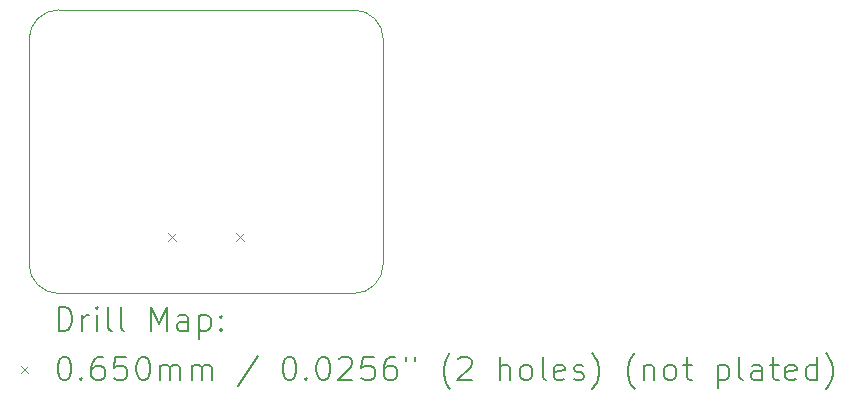
<source format=gbr>
%FSLAX45Y45*%
G04 Gerber Fmt 4.5, Leading zero omitted, Abs format (unit mm)*
G04 Created by KiCad (PCBNEW (6.0.4)) date 2023-03-05 19:49:56*
%MOMM*%
%LPD*%
G01*
G04 APERTURE LIST*
%TA.AperFunction,Profile*%
%ADD10C,0.100000*%
%TD*%
%ADD11C,0.200000*%
%ADD12C,0.065000*%
G04 APERTURE END LIST*
D10*
X16350000Y-9550000D02*
X16350000Y-11450000D01*
X16100000Y-11700000D02*
G75*
G03*
X16350000Y-11450000I0J250000D01*
G01*
X13350000Y-11450000D02*
G75*
G03*
X13600000Y-11700000I250000J0D01*
G01*
X16350000Y-9550000D02*
G75*
G03*
X16100000Y-9300000I-250000J0D01*
G01*
X16100000Y-11700000D02*
X13600000Y-11700000D01*
X13600000Y-9300000D02*
G75*
G03*
X13350000Y-9550000I0J-250000D01*
G01*
X13600000Y-9300000D02*
X16100000Y-9300000D01*
X13350000Y-11450000D02*
X13350000Y-9550000D01*
D11*
D12*
X14528500Y-11192500D02*
X14593500Y-11257500D01*
X14593500Y-11192500D02*
X14528500Y-11257500D01*
X15106500Y-11192500D02*
X15171500Y-11257500D01*
X15171500Y-11192500D02*
X15106500Y-11257500D01*
D11*
X13602619Y-12015476D02*
X13602619Y-11815476D01*
X13650238Y-11815476D01*
X13678809Y-11825000D01*
X13697857Y-11844048D01*
X13707381Y-11863095D01*
X13716905Y-11901190D01*
X13716905Y-11929762D01*
X13707381Y-11967857D01*
X13697857Y-11986905D01*
X13678809Y-12005952D01*
X13650238Y-12015476D01*
X13602619Y-12015476D01*
X13802619Y-12015476D02*
X13802619Y-11882143D01*
X13802619Y-11920238D02*
X13812143Y-11901190D01*
X13821667Y-11891667D01*
X13840714Y-11882143D01*
X13859762Y-11882143D01*
X13926428Y-12015476D02*
X13926428Y-11882143D01*
X13926428Y-11815476D02*
X13916905Y-11825000D01*
X13926428Y-11834524D01*
X13935952Y-11825000D01*
X13926428Y-11815476D01*
X13926428Y-11834524D01*
X14050238Y-12015476D02*
X14031190Y-12005952D01*
X14021667Y-11986905D01*
X14021667Y-11815476D01*
X14155000Y-12015476D02*
X14135952Y-12005952D01*
X14126428Y-11986905D01*
X14126428Y-11815476D01*
X14383571Y-12015476D02*
X14383571Y-11815476D01*
X14450238Y-11958333D01*
X14516905Y-11815476D01*
X14516905Y-12015476D01*
X14697857Y-12015476D02*
X14697857Y-11910714D01*
X14688333Y-11891667D01*
X14669286Y-11882143D01*
X14631190Y-11882143D01*
X14612143Y-11891667D01*
X14697857Y-12005952D02*
X14678809Y-12015476D01*
X14631190Y-12015476D01*
X14612143Y-12005952D01*
X14602619Y-11986905D01*
X14602619Y-11967857D01*
X14612143Y-11948809D01*
X14631190Y-11939286D01*
X14678809Y-11939286D01*
X14697857Y-11929762D01*
X14793095Y-11882143D02*
X14793095Y-12082143D01*
X14793095Y-11891667D02*
X14812143Y-11882143D01*
X14850238Y-11882143D01*
X14869286Y-11891667D01*
X14878809Y-11901190D01*
X14888333Y-11920238D01*
X14888333Y-11977381D01*
X14878809Y-11996428D01*
X14869286Y-12005952D01*
X14850238Y-12015476D01*
X14812143Y-12015476D01*
X14793095Y-12005952D01*
X14974048Y-11996428D02*
X14983571Y-12005952D01*
X14974048Y-12015476D01*
X14964524Y-12005952D01*
X14974048Y-11996428D01*
X14974048Y-12015476D01*
X14974048Y-11891667D02*
X14983571Y-11901190D01*
X14974048Y-11910714D01*
X14964524Y-11901190D01*
X14974048Y-11891667D01*
X14974048Y-11910714D01*
D12*
X13280000Y-12312500D02*
X13345000Y-12377500D01*
X13345000Y-12312500D02*
X13280000Y-12377500D01*
D11*
X13640714Y-12235476D02*
X13659762Y-12235476D01*
X13678809Y-12245000D01*
X13688333Y-12254524D01*
X13697857Y-12273571D01*
X13707381Y-12311667D01*
X13707381Y-12359286D01*
X13697857Y-12397381D01*
X13688333Y-12416428D01*
X13678809Y-12425952D01*
X13659762Y-12435476D01*
X13640714Y-12435476D01*
X13621667Y-12425952D01*
X13612143Y-12416428D01*
X13602619Y-12397381D01*
X13593095Y-12359286D01*
X13593095Y-12311667D01*
X13602619Y-12273571D01*
X13612143Y-12254524D01*
X13621667Y-12245000D01*
X13640714Y-12235476D01*
X13793095Y-12416428D02*
X13802619Y-12425952D01*
X13793095Y-12435476D01*
X13783571Y-12425952D01*
X13793095Y-12416428D01*
X13793095Y-12435476D01*
X13974048Y-12235476D02*
X13935952Y-12235476D01*
X13916905Y-12245000D01*
X13907381Y-12254524D01*
X13888333Y-12283095D01*
X13878809Y-12321190D01*
X13878809Y-12397381D01*
X13888333Y-12416428D01*
X13897857Y-12425952D01*
X13916905Y-12435476D01*
X13955000Y-12435476D01*
X13974048Y-12425952D01*
X13983571Y-12416428D01*
X13993095Y-12397381D01*
X13993095Y-12349762D01*
X13983571Y-12330714D01*
X13974048Y-12321190D01*
X13955000Y-12311667D01*
X13916905Y-12311667D01*
X13897857Y-12321190D01*
X13888333Y-12330714D01*
X13878809Y-12349762D01*
X14174048Y-12235476D02*
X14078809Y-12235476D01*
X14069286Y-12330714D01*
X14078809Y-12321190D01*
X14097857Y-12311667D01*
X14145476Y-12311667D01*
X14164524Y-12321190D01*
X14174048Y-12330714D01*
X14183571Y-12349762D01*
X14183571Y-12397381D01*
X14174048Y-12416428D01*
X14164524Y-12425952D01*
X14145476Y-12435476D01*
X14097857Y-12435476D01*
X14078809Y-12425952D01*
X14069286Y-12416428D01*
X14307381Y-12235476D02*
X14326428Y-12235476D01*
X14345476Y-12245000D01*
X14355000Y-12254524D01*
X14364524Y-12273571D01*
X14374048Y-12311667D01*
X14374048Y-12359286D01*
X14364524Y-12397381D01*
X14355000Y-12416428D01*
X14345476Y-12425952D01*
X14326428Y-12435476D01*
X14307381Y-12435476D01*
X14288333Y-12425952D01*
X14278809Y-12416428D01*
X14269286Y-12397381D01*
X14259762Y-12359286D01*
X14259762Y-12311667D01*
X14269286Y-12273571D01*
X14278809Y-12254524D01*
X14288333Y-12245000D01*
X14307381Y-12235476D01*
X14459762Y-12435476D02*
X14459762Y-12302143D01*
X14459762Y-12321190D02*
X14469286Y-12311667D01*
X14488333Y-12302143D01*
X14516905Y-12302143D01*
X14535952Y-12311667D01*
X14545476Y-12330714D01*
X14545476Y-12435476D01*
X14545476Y-12330714D02*
X14555000Y-12311667D01*
X14574048Y-12302143D01*
X14602619Y-12302143D01*
X14621667Y-12311667D01*
X14631190Y-12330714D01*
X14631190Y-12435476D01*
X14726428Y-12435476D02*
X14726428Y-12302143D01*
X14726428Y-12321190D02*
X14735952Y-12311667D01*
X14755000Y-12302143D01*
X14783571Y-12302143D01*
X14802619Y-12311667D01*
X14812143Y-12330714D01*
X14812143Y-12435476D01*
X14812143Y-12330714D02*
X14821667Y-12311667D01*
X14840714Y-12302143D01*
X14869286Y-12302143D01*
X14888333Y-12311667D01*
X14897857Y-12330714D01*
X14897857Y-12435476D01*
X15288333Y-12225952D02*
X15116905Y-12483095D01*
X15545476Y-12235476D02*
X15564524Y-12235476D01*
X15583571Y-12245000D01*
X15593095Y-12254524D01*
X15602619Y-12273571D01*
X15612143Y-12311667D01*
X15612143Y-12359286D01*
X15602619Y-12397381D01*
X15593095Y-12416428D01*
X15583571Y-12425952D01*
X15564524Y-12435476D01*
X15545476Y-12435476D01*
X15526428Y-12425952D01*
X15516905Y-12416428D01*
X15507381Y-12397381D01*
X15497857Y-12359286D01*
X15497857Y-12311667D01*
X15507381Y-12273571D01*
X15516905Y-12254524D01*
X15526428Y-12245000D01*
X15545476Y-12235476D01*
X15697857Y-12416428D02*
X15707381Y-12425952D01*
X15697857Y-12435476D01*
X15688333Y-12425952D01*
X15697857Y-12416428D01*
X15697857Y-12435476D01*
X15831190Y-12235476D02*
X15850238Y-12235476D01*
X15869286Y-12245000D01*
X15878809Y-12254524D01*
X15888333Y-12273571D01*
X15897857Y-12311667D01*
X15897857Y-12359286D01*
X15888333Y-12397381D01*
X15878809Y-12416428D01*
X15869286Y-12425952D01*
X15850238Y-12435476D01*
X15831190Y-12435476D01*
X15812143Y-12425952D01*
X15802619Y-12416428D01*
X15793095Y-12397381D01*
X15783571Y-12359286D01*
X15783571Y-12311667D01*
X15793095Y-12273571D01*
X15802619Y-12254524D01*
X15812143Y-12245000D01*
X15831190Y-12235476D01*
X15974048Y-12254524D02*
X15983571Y-12245000D01*
X16002619Y-12235476D01*
X16050238Y-12235476D01*
X16069286Y-12245000D01*
X16078809Y-12254524D01*
X16088333Y-12273571D01*
X16088333Y-12292619D01*
X16078809Y-12321190D01*
X15964524Y-12435476D01*
X16088333Y-12435476D01*
X16269286Y-12235476D02*
X16174048Y-12235476D01*
X16164524Y-12330714D01*
X16174048Y-12321190D01*
X16193095Y-12311667D01*
X16240714Y-12311667D01*
X16259762Y-12321190D01*
X16269286Y-12330714D01*
X16278809Y-12349762D01*
X16278809Y-12397381D01*
X16269286Y-12416428D01*
X16259762Y-12425952D01*
X16240714Y-12435476D01*
X16193095Y-12435476D01*
X16174048Y-12425952D01*
X16164524Y-12416428D01*
X16450238Y-12235476D02*
X16412143Y-12235476D01*
X16393095Y-12245000D01*
X16383571Y-12254524D01*
X16364524Y-12283095D01*
X16355000Y-12321190D01*
X16355000Y-12397381D01*
X16364524Y-12416428D01*
X16374048Y-12425952D01*
X16393095Y-12435476D01*
X16431190Y-12435476D01*
X16450238Y-12425952D01*
X16459762Y-12416428D01*
X16469286Y-12397381D01*
X16469286Y-12349762D01*
X16459762Y-12330714D01*
X16450238Y-12321190D01*
X16431190Y-12311667D01*
X16393095Y-12311667D01*
X16374048Y-12321190D01*
X16364524Y-12330714D01*
X16355000Y-12349762D01*
X16545476Y-12235476D02*
X16545476Y-12273571D01*
X16621667Y-12235476D02*
X16621667Y-12273571D01*
X16916905Y-12511667D02*
X16907381Y-12502143D01*
X16888333Y-12473571D01*
X16878810Y-12454524D01*
X16869286Y-12425952D01*
X16859762Y-12378333D01*
X16859762Y-12340238D01*
X16869286Y-12292619D01*
X16878810Y-12264048D01*
X16888333Y-12245000D01*
X16907381Y-12216428D01*
X16916905Y-12206905D01*
X16983571Y-12254524D02*
X16993095Y-12245000D01*
X17012143Y-12235476D01*
X17059762Y-12235476D01*
X17078810Y-12245000D01*
X17088333Y-12254524D01*
X17097857Y-12273571D01*
X17097857Y-12292619D01*
X17088333Y-12321190D01*
X16974048Y-12435476D01*
X17097857Y-12435476D01*
X17335952Y-12435476D02*
X17335952Y-12235476D01*
X17421667Y-12435476D02*
X17421667Y-12330714D01*
X17412143Y-12311667D01*
X17393095Y-12302143D01*
X17364524Y-12302143D01*
X17345476Y-12311667D01*
X17335952Y-12321190D01*
X17545476Y-12435476D02*
X17526429Y-12425952D01*
X17516905Y-12416428D01*
X17507381Y-12397381D01*
X17507381Y-12340238D01*
X17516905Y-12321190D01*
X17526429Y-12311667D01*
X17545476Y-12302143D01*
X17574048Y-12302143D01*
X17593095Y-12311667D01*
X17602619Y-12321190D01*
X17612143Y-12340238D01*
X17612143Y-12397381D01*
X17602619Y-12416428D01*
X17593095Y-12425952D01*
X17574048Y-12435476D01*
X17545476Y-12435476D01*
X17726429Y-12435476D02*
X17707381Y-12425952D01*
X17697857Y-12406905D01*
X17697857Y-12235476D01*
X17878810Y-12425952D02*
X17859762Y-12435476D01*
X17821667Y-12435476D01*
X17802619Y-12425952D01*
X17793095Y-12406905D01*
X17793095Y-12330714D01*
X17802619Y-12311667D01*
X17821667Y-12302143D01*
X17859762Y-12302143D01*
X17878810Y-12311667D01*
X17888333Y-12330714D01*
X17888333Y-12349762D01*
X17793095Y-12368809D01*
X17964524Y-12425952D02*
X17983571Y-12435476D01*
X18021667Y-12435476D01*
X18040714Y-12425952D01*
X18050238Y-12406905D01*
X18050238Y-12397381D01*
X18040714Y-12378333D01*
X18021667Y-12368809D01*
X17993095Y-12368809D01*
X17974048Y-12359286D01*
X17964524Y-12340238D01*
X17964524Y-12330714D01*
X17974048Y-12311667D01*
X17993095Y-12302143D01*
X18021667Y-12302143D01*
X18040714Y-12311667D01*
X18116905Y-12511667D02*
X18126429Y-12502143D01*
X18145476Y-12473571D01*
X18155000Y-12454524D01*
X18164524Y-12425952D01*
X18174048Y-12378333D01*
X18174048Y-12340238D01*
X18164524Y-12292619D01*
X18155000Y-12264048D01*
X18145476Y-12245000D01*
X18126429Y-12216428D01*
X18116905Y-12206905D01*
X18478810Y-12511667D02*
X18469286Y-12502143D01*
X18450238Y-12473571D01*
X18440714Y-12454524D01*
X18431190Y-12425952D01*
X18421667Y-12378333D01*
X18421667Y-12340238D01*
X18431190Y-12292619D01*
X18440714Y-12264048D01*
X18450238Y-12245000D01*
X18469286Y-12216428D01*
X18478810Y-12206905D01*
X18555000Y-12302143D02*
X18555000Y-12435476D01*
X18555000Y-12321190D02*
X18564524Y-12311667D01*
X18583571Y-12302143D01*
X18612143Y-12302143D01*
X18631190Y-12311667D01*
X18640714Y-12330714D01*
X18640714Y-12435476D01*
X18764524Y-12435476D02*
X18745476Y-12425952D01*
X18735952Y-12416428D01*
X18726429Y-12397381D01*
X18726429Y-12340238D01*
X18735952Y-12321190D01*
X18745476Y-12311667D01*
X18764524Y-12302143D01*
X18793095Y-12302143D01*
X18812143Y-12311667D01*
X18821667Y-12321190D01*
X18831190Y-12340238D01*
X18831190Y-12397381D01*
X18821667Y-12416428D01*
X18812143Y-12425952D01*
X18793095Y-12435476D01*
X18764524Y-12435476D01*
X18888333Y-12302143D02*
X18964524Y-12302143D01*
X18916905Y-12235476D02*
X18916905Y-12406905D01*
X18926429Y-12425952D01*
X18945476Y-12435476D01*
X18964524Y-12435476D01*
X19183571Y-12302143D02*
X19183571Y-12502143D01*
X19183571Y-12311667D02*
X19202619Y-12302143D01*
X19240714Y-12302143D01*
X19259762Y-12311667D01*
X19269286Y-12321190D01*
X19278810Y-12340238D01*
X19278810Y-12397381D01*
X19269286Y-12416428D01*
X19259762Y-12425952D01*
X19240714Y-12435476D01*
X19202619Y-12435476D01*
X19183571Y-12425952D01*
X19393095Y-12435476D02*
X19374048Y-12425952D01*
X19364524Y-12406905D01*
X19364524Y-12235476D01*
X19555000Y-12435476D02*
X19555000Y-12330714D01*
X19545476Y-12311667D01*
X19526429Y-12302143D01*
X19488333Y-12302143D01*
X19469286Y-12311667D01*
X19555000Y-12425952D02*
X19535952Y-12435476D01*
X19488333Y-12435476D01*
X19469286Y-12425952D01*
X19459762Y-12406905D01*
X19459762Y-12387857D01*
X19469286Y-12368809D01*
X19488333Y-12359286D01*
X19535952Y-12359286D01*
X19555000Y-12349762D01*
X19621667Y-12302143D02*
X19697857Y-12302143D01*
X19650238Y-12235476D02*
X19650238Y-12406905D01*
X19659762Y-12425952D01*
X19678810Y-12435476D01*
X19697857Y-12435476D01*
X19840714Y-12425952D02*
X19821667Y-12435476D01*
X19783571Y-12435476D01*
X19764524Y-12425952D01*
X19755000Y-12406905D01*
X19755000Y-12330714D01*
X19764524Y-12311667D01*
X19783571Y-12302143D01*
X19821667Y-12302143D01*
X19840714Y-12311667D01*
X19850238Y-12330714D01*
X19850238Y-12349762D01*
X19755000Y-12368809D01*
X20021667Y-12435476D02*
X20021667Y-12235476D01*
X20021667Y-12425952D02*
X20002619Y-12435476D01*
X19964524Y-12435476D01*
X19945476Y-12425952D01*
X19935952Y-12416428D01*
X19926429Y-12397381D01*
X19926429Y-12340238D01*
X19935952Y-12321190D01*
X19945476Y-12311667D01*
X19964524Y-12302143D01*
X20002619Y-12302143D01*
X20021667Y-12311667D01*
X20097857Y-12511667D02*
X20107381Y-12502143D01*
X20126429Y-12473571D01*
X20135952Y-12454524D01*
X20145476Y-12425952D01*
X20155000Y-12378333D01*
X20155000Y-12340238D01*
X20145476Y-12292619D01*
X20135952Y-12264048D01*
X20126429Y-12245000D01*
X20107381Y-12216428D01*
X20097857Y-12206905D01*
M02*

</source>
